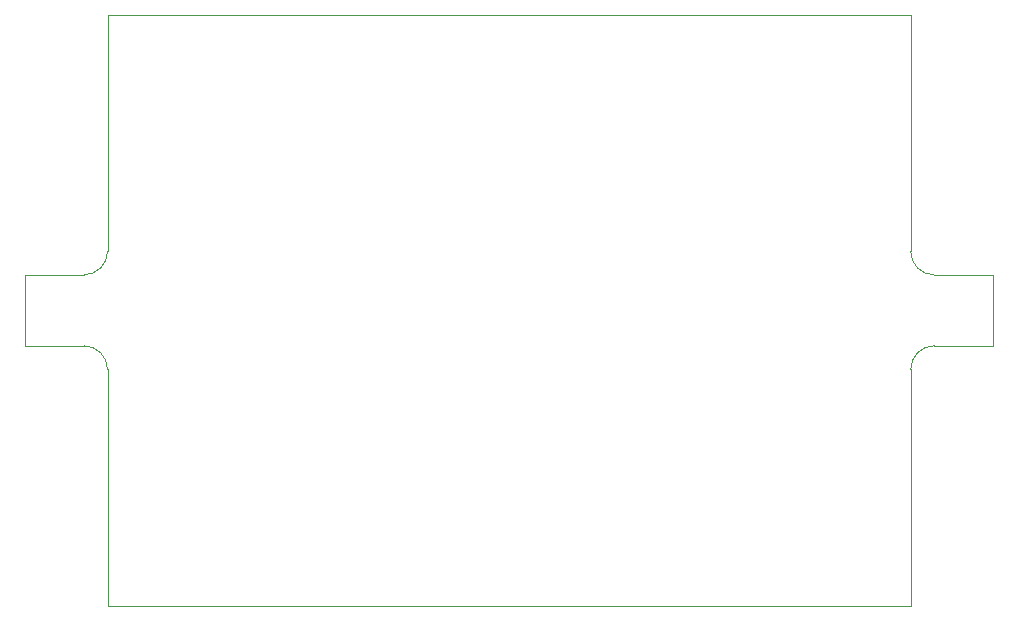
<source format=gm1>
G04 #@! TF.GenerationSoftware,KiCad,Pcbnew,(6.0.7)*
G04 #@! TF.CreationDate,2022-10-27T11:37:51+02:00*
G04 #@! TF.ProjectId,DualValveCon,4475616c-5661-46c7-9665-436f6e2e6b69,rev?*
G04 #@! TF.SameCoordinates,Original*
G04 #@! TF.FileFunction,Profile,NP*
%FSLAX46Y46*%
G04 Gerber Fmt 4.6, Leading zero omitted, Abs format (unit mm)*
G04 Created by KiCad (PCBNEW (6.0.7)) date 2022-10-27 11:37:51*
%MOMM*%
%LPD*%
G01*
G04 APERTURE LIST*
G04 #@! TA.AperFunction,Profile*
%ADD10C,0.100000*%
G04 #@! TD*
G04 APERTURE END LIST*
D10*
X201000000Y-84000000D02*
X196000000Y-84000000D01*
X124000000Y-84000000D02*
X119000000Y-84000000D01*
X126000000Y-62000000D02*
X194000000Y-62000000D01*
X201000000Y-90000000D02*
X201000000Y-84000000D01*
X126000000Y-92000000D02*
G75*
G03*
X124000000Y-90000000I-2000000J0D01*
G01*
X119000000Y-84000000D02*
X119000000Y-90000000D01*
X119000000Y-90000000D02*
X124000000Y-90000000D01*
X124000000Y-84000000D02*
G75*
G03*
X126000000Y-82000000I0J2000000D01*
G01*
X194000000Y-92000000D02*
X194000000Y-112000000D01*
X194000000Y-82000000D02*
X194000000Y-62000000D01*
X126000000Y-82000000D02*
X126000000Y-62000000D01*
X194000000Y-112000000D02*
X126000000Y-112000000D01*
X196000000Y-90000000D02*
G75*
G03*
X194000000Y-92000000I0J-2000000D01*
G01*
X126000000Y-112000000D02*
X126000000Y-92000000D01*
X194000000Y-82000000D02*
G75*
G03*
X196000000Y-84000000I2000000J0D01*
G01*
X196000000Y-90000000D02*
X201000000Y-90000000D01*
M02*

</source>
